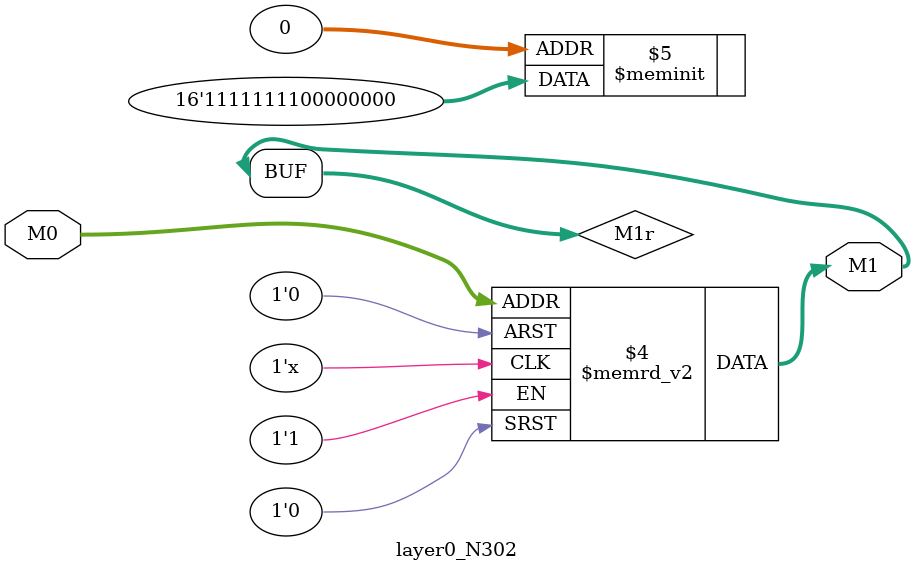
<source format=v>
module layer0_N302 ( input [2:0] M0, output [1:0] M1 );

	(*rom_style = "distributed" *) reg [1:0] M1r;
	assign M1 = M1r;
	always @ (M0) begin
		case (M0)
			3'b000: M1r = 2'b00;
			3'b100: M1r = 2'b11;
			3'b010: M1r = 2'b00;
			3'b110: M1r = 2'b11;
			3'b001: M1r = 2'b00;
			3'b101: M1r = 2'b11;
			3'b011: M1r = 2'b00;
			3'b111: M1r = 2'b11;

		endcase
	end
endmodule

</source>
